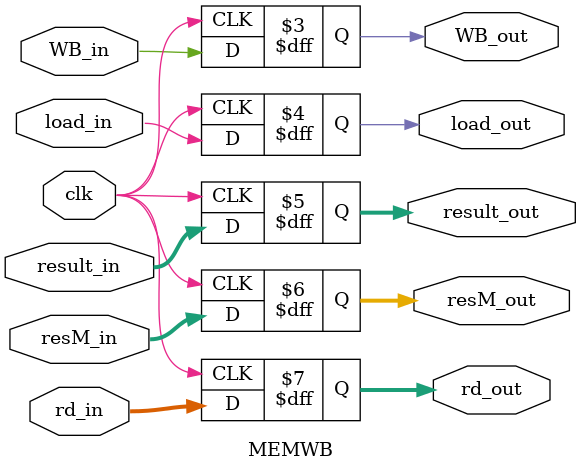
<source format=v>
module MEMWB(input clk, input WB_in, load_in, input [15:0] result_in, resM_in, input [2:0] rd_in,
			output reg WB_out, load_out, output reg [15:0] result_out, resM_out, output reg [2:0] rd_out);

	initial {WB_out, result_out, rd_out, resM_out, load_out} = 37'b 0;

	always @(posedge clk) begin
		WB_out = WB_in;
		result_out = result_in;
		rd_out = rd_in;
		resM_out = resM_in;
		load_out = load_in;
	end
endmodule

</source>
